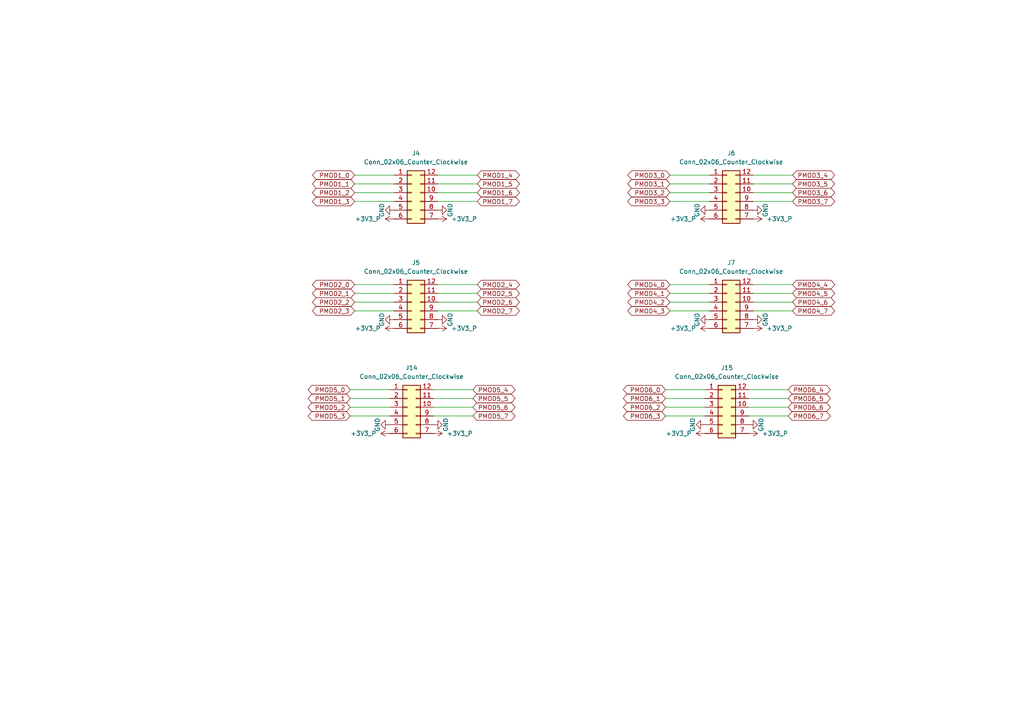
<source format=kicad_sch>
(kicad_sch (version 20241209) (generator "eeschema") (generator_version "9.0")
  (paper "A4")
  (lib_symbols
    (symbol "Connector_Generic:Conn_02x06_Counter_Clockwise" (pin_names (offset 1.016) (hide yes))
      (property "Reference" "J" (at 1.27 7.62 0))
      (property "Value" "Conn_02x06_Counter_Clockwise" (at 1.27 -10.16 0))
      (symbol "Conn_02x06_Counter_Clockwise_1_1"
        (rectangle (start -1.27 6.35) (end 3.81 -8.89) (stroke (width 0.254)) (fill (type background)))
        (rectangle (start -1.27 5.207) (end 0 4.953) (stroke (width 0.1524)))
        (rectangle (start -1.27 2.667) (end 0 2.413) (stroke (width 0.1524)))
        (rectangle (start -1.27 0.127) (end 0 -0.127) (stroke (width 0.1524)))
        (rectangle (start -1.27 -2.413) (end 0 -2.667) (stroke (width 0.1524)))
        (rectangle (start -1.27 -4.953) (end 0 -5.207) (stroke (width 0.1524)))
        (rectangle (start -1.27 -7.493) (end 0 -7.747) (stroke (width 0.1524)))
        (rectangle (start 3.81 5.207) (end 2.54 4.953) (stroke (width 0.1524)))
        (rectangle (start 3.81 2.667) (end 2.54 2.413) (stroke (width 0.1524)))
        (rectangle (start 3.81 0.127) (end 2.54 -0.127) (stroke (width 0.1524)))
        (rectangle (start 3.81 -2.413) (end 2.54 -2.667) (stroke (width 0.1524)))
        (rectangle (start 3.81 -4.953) (end 2.54 -5.207) (stroke (width 0.1524)))
        (rectangle (start 3.81 -7.493) (end 2.54 -7.747) (stroke (width 0.1524)))
        (pin passive line (at -5.08 5.08 0) (length 3.81) (name "Pin_1") (number "1"))
        (pin passive line (at -5.08 2.54 0) (length 3.81) (name "Pin_2") (number "2"))
        (pin passive line (at -5.08 0 0) (length 3.81) (name "Pin_3") (number "3"))
        (pin passive line (at -5.08 -2.54 0) (length 3.81) (name "Pin_4") (number "4"))
        (pin passive line (at -5.08 -5.08 0) (length 3.81) (name "Pin_5") (number "5"))
        (pin passive line (at -5.08 -7.62 0) (length 3.81) (name "Pin_6") (number "6"))
        (pin passive line (at 7.62 5.08 180) (length 3.81) (name "Pin_12") (number "12"))
        (pin passive line (at 7.62 2.54 180) (length 3.81) (name "Pin_11") (number "11"))
        (pin passive line (at 7.62 0 180) (length 3.81) (name "Pin_10") (number "10"))
        (pin passive line (at 7.62 -2.54 180) (length 3.81) (name "Pin_9") (number "9"))
        (pin passive line (at 7.62 -5.08 180) (length 3.81) (name "Pin_8") (number "8"))
        (pin passive line (at 7.62 -7.62 180) (length 3.81) (name "Pin_7") (number "7"))
      )
    )
    (symbol "power:+1V0" (power) (pin_numbers (hide yes)) (pin_names (offset 0) (hide yes))
      (property "Value" "+1V0" (at 0 3.556 0))
      (symbol "+1V0_0_1"
        (polyline (pts (xy -0.762 1.27) (xy 0 2.54)))
        (polyline (pts (xy 0 2.54) (xy 0.762 1.27)))
        (polyline (pts (xy 0 0) (xy 0 2.54)))
      )
      (symbol "+1V0_1_1"
        (pin power_in line (at 0 0 90) (length 0) (name "~") (number "1"))
      )
    )
    (symbol "power:GND" (power) (pin_numbers (hide yes)) (pin_names (offset 0) (hide yes))
      (property "Value" "GND" (at 0 -3.81 0))
      (symbol "GND_0_1"
        (polyline (pts (xy 0 0) (xy 0 -1.27) (xy 1.27 -1.27) (xy 0 -2.54) (xy -1.27 -1.27) (xy 0 -1.27)))
      )
      (symbol "GND_1_1"
        (pin power_in line (at 0 0 270) (length 0) (name "~") (number "1"))
      )
    )
  )
  (wire (pts (xy 217.17 118.11) (xy 228.6 118.11)))
  (wire (pts (xy 102.87 53.34) (xy 114.3 53.34)))
  (wire (pts (xy 102.87 82.55) (xy 114.3 82.55)))
  (wire (pts (xy 194.31 90.17) (xy 205.74 90.17)))
  (wire (pts (xy 218.44 85.09) (xy 229.87 85.09)))
  (wire (pts (xy 127 90.17) (xy 138.43 90.17)))
  (wire (pts (xy 101.6 120.65) (xy 113.03 120.65)))
  (wire (pts (xy 127 50.8) (xy 138.43 50.8)))
  (wire (pts (xy 218.44 58.42) (xy 229.87 58.42)))
  (wire (pts (xy 125.73 120.65) (xy 137.16 120.65)))
  (wire (pts (xy 102.87 90.17) (xy 114.3 90.17)))
  (wire (pts (xy 127 58.42) (xy 138.43 58.42)))
  (wire (pts (xy 102.87 85.09) (xy 114.3 85.09)))
  (wire (pts (xy 101.6 113.03) (xy 113.03 113.03)))
  (wire (pts (xy 125.73 113.03) (xy 137.16 113.03)))
  (wire (pts (xy 193.04 118.11) (xy 204.47 118.11)))
  (wire (pts (xy 193.04 115.57) (xy 204.47 115.57)))
  (wire (pts (xy 194.31 50.8) (xy 205.74 50.8)))
  (wire (pts (xy 127 53.34) (xy 138.43 53.34)))
  (wire (pts (xy 217.17 113.03) (xy 228.6 113.03)))
  (wire (pts (xy 127 55.88) (xy 138.43 55.88)))
  (wire (pts (xy 125.73 118.11) (xy 137.16 118.11)))
  (wire (pts (xy 218.44 87.63) (xy 229.87 87.63)))
  (wire (pts (xy 194.31 58.42) (xy 205.74 58.42)))
  (wire (pts (xy 194.31 85.09) (xy 205.74 85.09)))
  (wire (pts (xy 127 87.63) (xy 138.43 87.63)))
  (wire (pts (xy 194.31 82.55) (xy 205.74 82.55)))
  (wire (pts (xy 102.87 50.8) (xy 114.3 50.8)))
  (wire (pts (xy 217.17 120.65) (xy 228.6 120.65)))
  (wire (pts (xy 194.31 87.63) (xy 205.74 87.63)))
  (wire (pts (xy 125.73 115.57) (xy 137.16 115.57)))
  (wire (pts (xy 101.6 115.57) (xy 113.03 115.57)))
  (wire (pts (xy 102.87 87.63) (xy 114.3 87.63)))
  (wire (pts (xy 193.04 120.65) (xy 204.47 120.65)))
  (wire (pts (xy 127 85.09) (xy 138.43 85.09)))
  (wire (pts (xy 218.44 55.88) (xy 229.87 55.88)))
  (wire (pts (xy 194.31 55.88) (xy 205.74 55.88)))
  (wire (pts (xy 193.04 113.03) (xy 204.47 113.03)))
  (wire (pts (xy 218.44 90.17) (xy 229.87 90.17)))
  (wire (pts (xy 102.87 58.42) (xy 114.3 58.42)))
  (wire (pts (xy 218.44 53.34) (xy 229.87 53.34)))
  (wire (pts (xy 218.44 82.55) (xy 229.87 82.55)))
  (wire (pts (xy 101.6 118.11) (xy 113.03 118.11)))
  (wire (pts (xy 127 82.55) (xy 138.43 82.55)))
  (wire (pts (xy 194.31 53.34) (xy 205.74 53.34)))
  (wire (pts (xy 217.17 115.57) (xy 228.6 115.57)))
  (wire (pts (xy 218.44 50.8) (xy 229.87 50.8)))
  (wire (pts (xy 102.87 55.88) (xy 114.3 55.88)))
  (global_label "PMOD2_4" (shape bidirectional) (at 138.43 82.55 0) (property "Intersheetrefs" "${INTERSHEET_REFS}" (effects (hide yes))))
  (global_label "PMOD5_5" (shape bidirectional) (at 137.16 115.57 0) (property "Intersheetrefs" "${INTERSHEET_REFS}" (effects (hide yes))))
  (global_label "PMOD6_3" (shape bidirectional) (at 193.04 120.65 180) (property "Intersheetrefs" "${INTERSHEET_REFS}" (effects (hide yes))))
  (global_label "PMOD4_0" (shape bidirectional) (at 194.31 82.55 180) (property "Intersheetrefs" "${INTERSHEET_REFS}" (effects (hide yes))))
  (global_label "PMOD5_3" (shape bidirectional) (at 101.6 120.65 180) (property "Intersheetrefs" "${INTERSHEET_REFS}" (effects (hide yes))))
  (global_label "PMOD5_0" (shape bidirectional) (at 101.6 113.03 180) (property "Intersheetrefs" "${INTERSHEET_REFS}" (effects (hide yes))))
  (global_label "PMOD6_7" (shape bidirectional) (at 228.6 120.65 0) (property "Intersheetrefs" "${INTERSHEET_REFS}" (effects (hide yes))))
  (global_label "PMOD5_7" (shape bidirectional) (at 137.16 120.65 0) (property "Intersheetrefs" "${INTERSHEET_REFS}" (effects (hide yes))))
  (global_label "PMOD2_0" (shape bidirectional) (at 102.87 82.55 180) (property "Intersheetrefs" "${INTERSHEET_REFS}" (effects (hide yes))))
  (global_label "PMOD1_5" (shape bidirectional) (at 138.43 53.34 0) (property "Intersheetrefs" "${INTERSHEET_REFS}" (effects (hide yes))))
  (global_label "PMOD6_4" (shape bidirectional) (at 228.6 113.03 0) (property "Intersheetrefs" "${INTERSHEET_REFS}" (effects (hide yes))))
  (global_label "PMOD4_5" (shape bidirectional) (at 229.87 85.09 0) (property "Intersheetrefs" "${INTERSHEET_REFS}" (effects (hide yes))))
  (global_label "PMOD1_1" (shape bidirectional) (at 102.87 53.34 180) (property "Intersheetrefs" "${INTERSHEET_REFS}" (effects (hide yes))))
  (global_label "PMOD6_6" (shape bidirectional) (at 228.6 118.11 0) (property "Intersheetrefs" "${INTERSHEET_REFS}" (effects (hide yes))))
  (global_label "PMOD6_2" (shape bidirectional) (at 193.04 118.11 180) (property "Intersheetrefs" "${INTERSHEET_REFS}" (effects (hide yes))))
  (global_label "PMOD2_6" (shape bidirectional) (at 138.43 87.63 0) (property "Intersheetrefs" "${INTERSHEET_REFS}" (effects (hide yes))))
  (global_label "PMOD2_7" (shape bidirectional) (at 138.43 90.17 0) (property "Intersheetrefs" "${INTERSHEET_REFS}" (effects (hide yes))))
  (global_label "PMOD4_6" (shape bidirectional) (at 229.87 87.63 0) (property "Intersheetrefs" "${INTERSHEET_REFS}" (effects (hide yes))))
  (global_label "PMOD1_7" (shape bidirectional) (at 138.43 58.42 0) (property "Intersheetrefs" "${INTERSHEET_REFS}" (effects (hide yes))))
  (global_label "PMOD6_5" (shape bidirectional) (at 228.6 115.57 0) (property "Intersheetrefs" "${INTERSHEET_REFS}" (effects (hide yes))))
  (global_label "PMOD2_3" (shape bidirectional) (at 102.87 90.17 180) (property "Intersheetrefs" "${INTERSHEET_REFS}" (effects (hide yes))))
  (global_label "PMOD3_4" (shape bidirectional) (at 229.87 50.8 0) (property "Intersheetrefs" "${INTERSHEET_REFS}" (effects (hide yes))))
  (global_label "PMOD3_7" (shape bidirectional) (at 229.87 58.42 0) (property "Intersheetrefs" "${INTERSHEET_REFS}" (effects (hide yes))))
  (global_label "PMOD1_3" (shape bidirectional) (at 102.87 58.42 180) (property "Intersheetrefs" "${INTERSHEET_REFS}" (effects (hide yes))))
  (global_label "PMOD3_5" (shape bidirectional) (at 229.87 53.34 0) (property "Intersheetrefs" "${INTERSHEET_REFS}" (effects (hide yes))))
  (global_label "PMOD2_2" (shape bidirectional) (at 102.87 87.63 180) (property "Intersheetrefs" "${INTERSHEET_REFS}" (effects (hide yes))))
  (global_label "PMOD2_5" (shape bidirectional) (at 138.43 85.09 0) (property "Intersheetrefs" "${INTERSHEET_REFS}" (effects (hide yes))))
  (global_label "PMOD1_6" (shape bidirectional) (at 138.43 55.88 0) (property "Intersheetrefs" "${INTERSHEET_REFS}" (effects (hide yes))))
  (global_label "PMOD4_7" (shape bidirectional) (at 229.87 90.17 0) (property "Intersheetrefs" "${INTERSHEET_REFS}" (effects (hide yes))))
  (global_label "PMOD5_4" (shape bidirectional) (at 137.16 113.03 0) (property "Intersheetrefs" "${INTERSHEET_REFS}" (effects (hide yes))))
  (global_label "PMOD5_1" (shape bidirectional) (at 101.6 115.57 180) (property "Intersheetrefs" "${INTERSHEET_REFS}" (effects (hide yes))))
  (global_label "PMOD1_0" (shape bidirectional) (at 102.87 50.8 180) (property "Intersheetrefs" "${INTERSHEET_REFS}" (effects (hide yes))))
  (global_label "PMOD4_4" (shape bidirectional) (at 229.87 82.55 0) (property "Intersheetrefs" "${INTERSHEET_REFS}" (effects (hide yes))))
  (global_label "PMOD1_4" (shape bidirectional) (at 138.43 50.8 0) (property "Intersheetrefs" "${INTERSHEET_REFS}" (effects (hide yes))))
  (global_label "PMOD3_1" (shape bidirectional) (at 194.31 53.34 180) (property "Intersheetrefs" "${INTERSHEET_REFS}" (effects (hide yes))))
  (global_label "PMOD5_6" (shape bidirectional) (at 137.16 118.11 0) (property "Intersheetrefs" "${INTERSHEET_REFS}" (effects (hide yes))))
  (global_label "PMOD4_1" (shape bidirectional) (at 194.31 85.09 180) (property "Intersheetrefs" "${INTERSHEET_REFS}" (effects (hide yes))))
  (global_label "PMOD3_3" (shape bidirectional) (at 194.31 58.42 180) (property "Intersheetrefs" "${INTERSHEET_REFS}" (effects (hide yes))))
  (global_label "PMOD6_1" (shape bidirectional) (at 193.04 115.57 180) (property "Intersheetrefs" "${INTERSHEET_REFS}" (effects (hide yes))))
  (global_label "PMOD6_0" (shape bidirectional) (at 193.04 113.03 180) (property "Intersheetrefs" "${INTERSHEET_REFS}" (effects (hide yes))))
  (global_label "PMOD3_6" (shape bidirectional) (at 229.87 55.88 0) (property "Intersheetrefs" "${INTERSHEET_REFS}" (effects (hide yes))))
  (global_label "PMOD3_2" (shape bidirectional) (at 194.31 55.88 180) (property "Intersheetrefs" "${INTERSHEET_REFS}" (effects (hide yes))))
  (global_label "PMOD3_0" (shape bidirectional) (at 194.31 50.8 180) (property "Intersheetrefs" "${INTERSHEET_REFS}" (effects (hide yes))))
  (global_label "PMOD2_1" (shape bidirectional) (at 102.87 85.09 180) (property "Intersheetrefs" "${INTERSHEET_REFS}" (effects (hide yes))))
  (global_label "PMOD4_2" (shape bidirectional) (at 194.31 87.63 180) (property "Intersheetrefs" "${INTERSHEET_REFS}" (effects (hide yes))))
  (global_label "PMOD4_3" (shape bidirectional) (at 194.31 90.17 180) (property "Intersheetrefs" "${INTERSHEET_REFS}" (effects (hide yes))))
  (global_label "PMOD5_2" (shape bidirectional) (at 101.6 118.11 180) (property "Intersheetrefs" "${INTERSHEET_REFS}" (effects (hide yes))))
  (global_label "PMOD1_2" (shape bidirectional) (at 102.87 55.88 180) (property "Intersheetrefs" "${INTERSHEET_REFS}" (effects (hide yes))))
  (symbol (lib_id "Connector_Generic:Conn_02x06_Counter_Clockwise") (at 210.82 87.63 0) (unit 1)
    (property "Reference" "J7" (at 212.09 76.2 0))
    (property "Value" "Conn_02x06_Counter_Clockwise" (at 212.09 78.74 0))
    (property "Footprint" "Connector_PinSocket_2.54mm:PinSocket_2x06_P2.54mm_Horizontal" (effects (hide yes)))
    (property "Description" "Generic connector, double row, 02x06, counter clockwise pin numbering scheme (similar to DIP package numbering), script generated (kicad-library-utils/schlib/autogen/connector/)" (effects (hide yes)))
  )
  (symbol (lib_id "power:+1V0") (at 114.3 63.5 90) (unit 1)
    (property "Reference" "#PWR0165" (effects (hide yes)))
    (property "Value" "+3V3_P" (at 106.68 63.5 90))
    (property "Description" "Power symbol creates a global label with name \"+1V0\"" (effects (hide yes)))
  )
  (symbol (lib_id "Connector_Generic:Conn_02x06_Counter_Clockwise") (at 119.38 87.63 0) (unit 1)
    (property "Reference" "J5" (at 120.65 76.2 0))
    (property "Value" "Conn_02x06_Counter_Clockwise" (at 120.65 78.74 0))
    (property "Footprint" "Connector_PinSocket_2.54mm:PinSocket_2x06_P2.54mm_Horizontal" (effects (hide yes)))
    (property "Description" "Generic connector, double row, 02x06, counter clockwise pin numbering scheme (similar to DIP package numbering), script generated (kicad-library-utils/schlib/autogen/connector/)" (effects (hide yes)))
  )
  (symbol (lib_id "Connector_Generic:Conn_02x06_Counter_Clockwise") (at 118.11 118.11 0) (unit 1)
    (property "Reference" "J14" (at 119.38 106.68 0))
    (property "Value" "Conn_02x06_Counter_Clockwise" (at 119.38 109.22 0))
    (property "Footprint" "Connector_PinSocket_2.54mm:PinSocket_2x06_P2.54mm_Horizontal" (effects (hide yes)))
    (property "Description" "Generic connector, double row, 02x06, counter clockwise pin numbering scheme (similar to DIP package numbering), script generated (kicad-library-utils/schlib/autogen/connector/)" (effects (hide yes)))
  )
  (symbol (lib_id "power:+1V0") (at 204.47 125.73 90) (unit 1)
    (property "Reference" "#PWR0331" (effects (hide yes)))
    (property "Value" "+3V3_P" (at 196.85 125.73 90))
    (property "Description" "Power symbol creates a global label with name \"+1V0\"" (effects (hide yes)))
  )
  (symbol (lib_id "power:+1V0") (at 114.3 95.25 90) (unit 1)
    (property "Reference" "#PWR0159" (effects (hide yes)))
    (property "Value" "+3V3_P" (at 106.68 95.25 90))
    (property "Description" "Power symbol creates a global label with name \"+1V0\"" (effects (hide yes)))
  )
  (symbol (lib_id "power:+1V0") (at 217.17 125.73 270) (mirror x) (unit 1)
    (property "Reference" "#PWR0333" (effects (hide yes)))
    (property "Value" "+3V3_P" (at 224.79 125.73 90))
    (property "Description" "Power symbol creates a global label with name \"+1V0\"" (effects (hide yes)))
  )
  (symbol (lib_id "power:GND") (at 127 60.96 90) (unit 1)
    (property "Reference" "#PWR0152" (effects (hide yes)))
    (property "Value" "GND" (at 130.556 60.96 0))
    (property "Description" "Power symbol creates a global label with name \"GND\" , ground" (effects (hide yes)))
  )
  (symbol (lib_id "power:GND") (at 218.44 60.96 90) (unit 1)
    (property "Reference" "#PWR0154" (effects (hide yes)))
    (property "Value" "GND" (at 221.996 60.96 0))
    (property "Description" "Power symbol creates a global label with name \"GND\" , ground" (effects (hide yes)))
  )
  (symbol (lib_id "Connector_Generic:Conn_02x06_Counter_Clockwise") (at 209.55 118.11 0) (unit 1)
    (property "Reference" "J15" (at 210.82 106.68 0))
    (property "Value" "Conn_02x06_Counter_Clockwise" (at 210.82 109.22 0))
    (property "Footprint" "Connector_PinSocket_2.54mm:PinSocket_2x06_P2.54mm_Horizontal" (effects (hide yes)))
    (property "Description" "Generic connector, double row, 02x06, counter clockwise pin numbering scheme (similar to DIP package numbering), script generated (kicad-library-utils/schlib/autogen/connector/)" (effects (hide yes)))
  )
  (symbol (lib_id "power:+1V0") (at 218.44 95.25 270) (mirror x) (unit 1)
    (property "Reference" "#PWR0162" (effects (hide yes)))
    (property "Value" "+3V3_P" (at 226.06 95.25 90))
    (property "Description" "Power symbol creates a global label with name \"+1V0\"" (effects (hide yes)))
  )
  (symbol (lib_id "power:GND") (at 217.17 123.19 90) (unit 1)
    (property "Reference" "#PWR0332" (effects (hide yes)))
    (property "Value" "GND" (at 220.726 123.19 0))
    (property "Description" "Power symbol creates a global label with name \"GND\" , ground" (effects (hide yes)))
  )
  (symbol (lib_id "Connector_Generic:Conn_02x06_Counter_Clockwise") (at 119.38 55.88 0) (unit 1)
    (property "Reference" "J4" (at 120.65 44.45 0))
    (property "Value" "Conn_02x06_Counter_Clockwise" (at 120.65 46.99 0))
    (property "Footprint" "Connector_PinSocket_2.54mm:PinSocket_2x06_P2.54mm_Horizontal" (effects (hide yes)))
    (property "Description" "Generic connector, double row, 02x06, counter clockwise pin numbering scheme (similar to DIP package numbering), script generated (kicad-library-utils/schlib/autogen/connector/)" (effects (hide yes)))
  )
  (symbol (lib_id "Connector_Generic:Conn_02x06_Counter_Clockwise") (at 210.82 55.88 0) (unit 1)
    (property "Reference" "J6" (at 212.09 44.45 0))
    (property "Value" "Conn_02x06_Counter_Clockwise" (at 212.09 46.99 0))
    (property "Footprint" "Connector_PinSocket_2.54mm:PinSocket_2x06_P2.54mm_Horizontal" (effects (hide yes)))
    (property "Description" "Generic connector, double row, 02x06, counter clockwise pin numbering scheme (similar to DIP package numbering), script generated (kicad-library-utils/schlib/autogen/connector/)" (effects (hide yes)))
  )
  (symbol (lib_id "power:GND") (at 205.74 92.71 270) (unit 1)
    (property "Reference" "#PWR0157" (effects (hide yes)))
    (property "Value" "GND" (at 202.184 92.71 0))
    (property "Description" "Power symbol creates a global label with name \"GND\" , ground" (effects (hide yes)))
  )
  (symbol (lib_id "power:+1V0") (at 205.74 95.25 90) (unit 1)
    (property "Reference" "#PWR0161" (effects (hide yes)))
    (property "Value" "+3V3_P" (at 198.12 95.25 90))
    (property "Description" "Power symbol creates a global label with name \"+1V0\"" (effects (hide yes)))
  )
  (symbol (lib_id "power:GND") (at 127 92.71 90) (unit 1)
    (property "Reference" "#PWR0156" (effects (hide yes)))
    (property "Value" "GND" (at 130.556 92.71 0))
    (property "Description" "Power symbol creates a global label with name \"GND\" , ground" (effects (hide yes)))
  )
  (symbol (lib_id "power:GND") (at 114.3 92.71 270) (unit 1)
    (property "Reference" "#PWR0155" (effects (hide yes)))
    (property "Value" "GND" (at 110.744 92.71 0))
    (property "Description" "Power symbol creates a global label with name \"GND\" , ground" (effects (hide yes)))
  )
  (symbol (lib_id "power:+1V0") (at 218.44 63.5 270) (mirror x) (unit 1)
    (property "Reference" "#PWR0164" (effects (hide yes)))
    (property "Value" "+3V3_P" (at 226.06 63.5 90))
    (property "Description" "Power symbol creates a global label with name \"+1V0\"" (effects (hide yes)))
  )
  (symbol (lib_id "power:GND") (at 125.73 123.19 90) (unit 1)
    (property "Reference" "#PWR0328" (effects (hide yes)))
    (property "Value" "GND" (at 129.286 123.19 0))
    (property "Description" "Power symbol creates a global label with name \"GND\" , ground" (effects (hide yes)))
  )
  (symbol (lib_id "power:GND") (at 218.44 92.71 90) (unit 1)
    (property "Reference" "#PWR0158" (effects (hide yes)))
    (property "Value" "GND" (at 221.996 92.71 0))
    (property "Description" "Power symbol creates a global label with name \"GND\" , ground" (effects (hide yes)))
  )
  (symbol (lib_id "power:+1V0") (at 113.03 125.73 90) (unit 1)
    (property "Reference" "#PWR0327" (effects (hide yes)))
    (property "Value" "+3V3_P" (at 105.41 125.73 90))
    (property "Description" "Power symbol creates a global label with name \"+1V0\"" (effects (hide yes)))
  )
  (symbol (lib_id "power:+1V0") (at 127 63.5 270) (mirror x) (unit 1)
    (property "Reference" "#PWR0166" (effects (hide yes)))
    (property "Value" "+3V3_P" (at 134.62 63.5 90))
    (property "Description" "Power symbol creates a global label with name \"+1V0\"" (effects (hide yes)))
  )
  (symbol (lib_id "power:+1V0") (at 125.73 125.73 270) (mirror x) (unit 1)
    (property "Reference" "#PWR0329" (effects (hide yes)))
    (property "Value" "+3V3_P" (at 133.35 125.73 90))
    (property "Description" "Power symbol creates a global label with name \"+1V0\"" (effects (hide yes)))
  )
  (symbol (lib_id "power:GND") (at 114.3 60.96 270) (unit 1)
    (property "Reference" "#PWR0151" (effects (hide yes)))
    (property "Value" "GND" (at 110.744 60.96 0))
    (property "Description" "Power symbol creates a global label with name \"GND\" , ground" (effects (hide yes)))
  )
  (symbol (lib_id "power:GND") (at 113.03 123.19 270) (unit 1)
    (property "Reference" "#PWR0326" (effects (hide yes)))
    (property "Value" "GND" (at 109.474 123.19 0))
    (property "Description" "Power symbol creates a global label with name \"GND\" , ground" (effects (hide yes)))
  )
  (symbol (lib_id "power:GND") (at 204.47 123.19 270) (unit 1)
    (property "Reference" "#PWR0330" (effects (hide yes)))
    (property "Value" "GND" (at 200.914 123.19 0))
    (property "Description" "Power symbol creates a global label with name \"GND\" , ground" (effects (hide yes)))
  )
  (symbol (lib_id "power:+1V0") (at 127 95.25 270) (mirror x) (unit 1)
    (property "Reference" "#PWR0160" (effects (hide yes)))
    (property "Value" "+3V3_P" (at 134.62 95.25 90))
    (property "Description" "Power symbol creates a global label with name \"+1V0\"" (effects (hide yes)))
  )
  (symbol (lib_id "power:+1V0") (at 205.74 63.5 90) (unit 1)
    (property "Reference" "#PWR0163" (effects (hide yes)))
    (property "Value" "+3V3_P" (at 198.12 63.5 90))
    (property "Description" "Power symbol creates a global label with name \"+1V0\"" (effects (hide yes)))
  )
  (symbol (lib_id "power:GND") (at 205.74 60.96 270) (unit 1)
    (property "Reference" "#PWR0153" (effects (hide yes)))
    (property "Value" "GND" (at 202.184 60.96 0))
    (property "Description" "Power symbol creates a global label with name \"GND\" , ground" (effects (hide yes)))
  )
)
</source>
